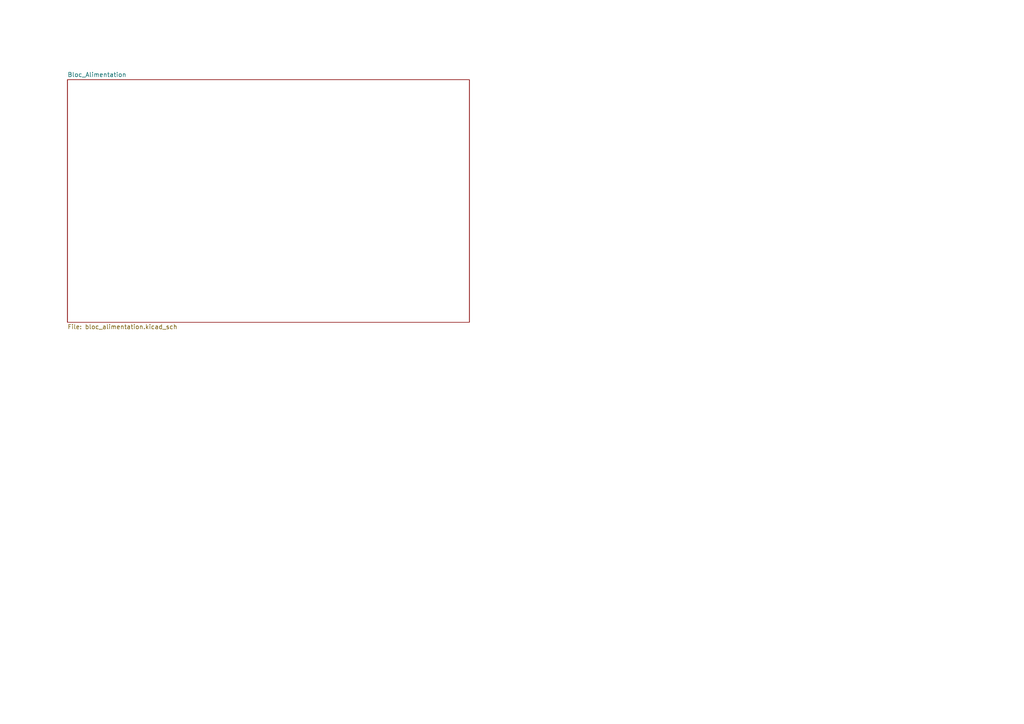
<source format=kicad_sch>
(kicad_sch
	(version 20250114)
	(generator "eeschema")
	(generator_version "9.0")
	(uuid "03c84cfd-442e-4cbb-a683-9e30d630997c")
	(paper "A4")
	(lib_symbols)
	(sheet
		(at 19.558 23.114)
		(size 116.586 70.358)
		(exclude_from_sim no)
		(in_bom yes)
		(on_board yes)
		(dnp no)
		(fields_autoplaced yes)
		(stroke
			(width 0.1524)
			(type solid)
		)
		(fill
			(color 0 0 0 0.0000)
		)
		(uuid "6abb232c-d078-470c-baa9-056796069a2a")
		(property "Sheetname" "Bloc_Alimentation"
			(at 19.558 22.4024 0)
			(effects
				(font
					(size 1.27 1.27)
				)
				(justify left bottom)
			)
		)
		(property "Sheetfile" "bloc_alimentation.kicad_sch"
			(at 19.558 94.0566 0)
			(effects
				(font
					(size 1.27 1.27)
				)
				(justify left top)
			)
		)
		(instances
			(project "console_symbiote"
				(path "/03c84cfd-442e-4cbb-a683-9e30d630997c"
					(page "2")
				)
			)
		)
	)
	(sheet_instances
		(path "/"
			(page "1")
		)
	)
	(embedded_fonts no)
)

</source>
